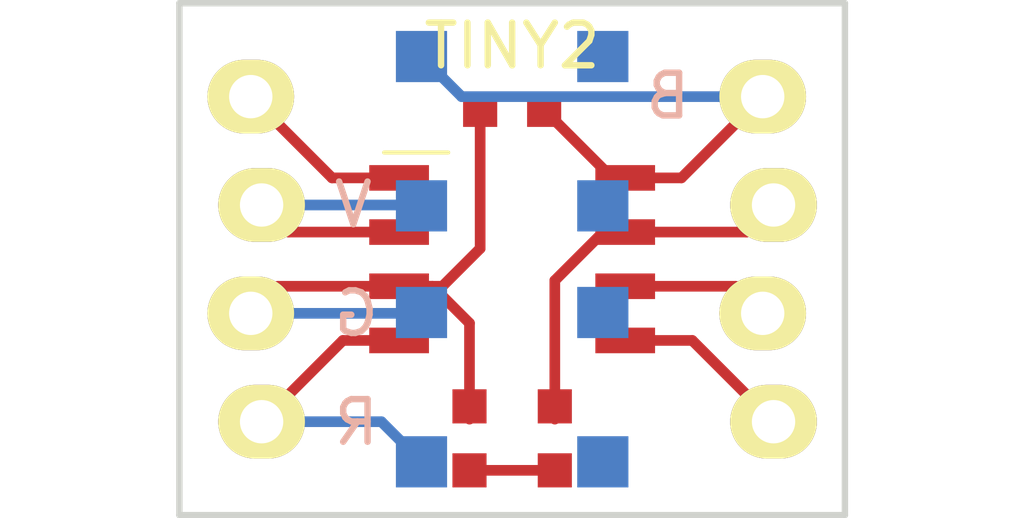
<source format=kicad_pcb>
(kicad_pcb (version 4) (host pcbnew 4.0.2+dfsg1-stable)

  (general
    (links 17)
    (no_connects 0)
    (area 127.794999 95.924999 152.205001 108.075001)
    (thickness 1.6)
    (drawings 9)
    (tracks 36)
    (zones 0)
    (modules 8)
    (nets 10)
  )

  (page A4)
  (layers
    (0 F.Cu signal)
    (31 B.Cu signal)
    (32 B.Adhes user)
    (33 F.Adhes user)
    (34 B.Paste user)
    (35 F.Paste user)
    (36 B.SilkS user)
    (37 F.SilkS user)
    (38 B.Mask user)
    (39 F.Mask user)
    (40 Dwgs.User user)
    (41 Cmts.User user)
    (42 Eco1.User user)
    (43 Eco2.User user)
    (44 Edge.Cuts user)
    (45 Margin user)
    (46 B.CrtYd user)
    (47 F.CrtYd user)
    (48 B.Fab user)
    (49 F.Fab user)
  )

  (setup
    (last_trace_width 0.25)
    (trace_clearance 0.2)
    (zone_clearance 0.508)
    (zone_45_only no)
    (trace_min 0.2)
    (segment_width 0.2)
    (edge_width 0.15)
    (via_size 0.6)
    (via_drill 0.4)
    (via_min_size 0.4)
    (via_min_drill 0.3)
    (uvia_size 0.3)
    (uvia_drill 0.1)
    (uvias_allowed no)
    (uvia_min_size 0.2)
    (uvia_min_drill 0.1)
    (pcb_text_width 0.3)
    (pcb_text_size 1.5 1.5)
    (mod_edge_width 0.15)
    (mod_text_size 1 1)
    (mod_text_width 0.15)
    (pad_size 1.2 1.2)
    (pad_drill 0)
    (pad_to_mask_clearance 0.2)
    (aux_axis_origin 0 0)
    (visible_elements FFFFFF7F)
    (pcbplotparams
      (layerselection 0x00030_80000001)
      (usegerberextensions false)
      (excludeedgelayer true)
      (linewidth 0.150000)
      (plotframeref false)
      (viasonmask false)
      (mode 1)
      (useauxorigin false)
      (hpglpennumber 1)
      (hpglpenspeed 20)
      (hpglpendiameter 15)
      (hpglpenoverlay 2)
      (psnegative false)
      (psa4output false)
      (plotreference true)
      (plotvalue true)
      (plotinvisibletext false)
      (padsonsilk false)
      (subtractmaskfromsilk false)
      (outputformat 1)
      (mirror false)
      (drillshape 1)
      (scaleselection 1)
      (outputdirectory ""))
  )

  (net 0 "")
  (net 1 gnd)
  (net 2 vcc)
  (net 3 boot0)
  (net 4 reset)
  (net 5 led)
  (net 6 gled)
  (net 7 pin1)
  (net 8 pin6)
  (net 9 pin5)

  (net_class Default "This is the default net class."
    (clearance 0.2)
    (trace_width 0.25)
    (via_dia 0.6)
    (via_drill 0.4)
    (uvia_dia 0.3)
    (uvia_drill 0.1)
    (add_net boot0)
    (add_net gled)
    (add_net gnd)
    (add_net led)
    (add_net pin1)
    (add_net pin5)
    (add_net pin6)
    (add_net reset)
    (add_net vcc)
  )

  (module 00_my_modules:S08N (layer F.Cu) (tedit 5ECB6AE6) (tstamp 5ECB6EA3)
    (at 140 102)
    (fp_text reference "" (at 0 0) (layer F.SilkS)
      (effects (font (thickness 0.15)))
    )
    (fp_text value "" (at 0 0) (layer F.SilkS)
      (effects (font (thickness 0.15)))
    )
    (fp_line (start -3 -2.5) (end -1.5 -2.5) (layer F.SilkS) (width 0.1))
    (fp_line (start -3 -2.45) (end -3 2.45) (layer F.CrtYd) (width 0.05))
    (fp_line (start 3 -2.45) (end 3 2.45) (layer F.CrtYd) (width 0.05))
    (fp_line (start -3 -2.45) (end 3 -2.45) (layer F.CrtYd) (width 0.05))
    (fp_line (start -3 2.45) (end 3 2.45) (layer F.CrtYd) (width 0.05))
    (fp_line (start 1.95 2.45) (end 1.95 -2.45) (layer F.CrtYd) (width 0.05))
    (fp_line (start -1.95 2.45) (end -1.95 -2.45) (layer F.CrtYd) (width 0.05))
    (pad 1 smd rect (at -2.65 -1.905) (size 1.4 0.6) (layers F.Cu F.Paste F.Mask)
      (net 7 pin1))
    (pad VCC smd rect (at -2.65 -0.635) (size 1.4 0.6) (layers F.Cu F.Paste F.Mask)
      (net 2 vcc))
    (pad GND smd rect (at -2.65 0.635) (size 1.4 0.6) (layers F.Cu F.Paste F.Mask)
      (net 1 gnd))
    (pad NRST smd rect (at -2.65 1.905) (size 1.4 0.6) (layers F.Cu F.Paste F.Mask)
      (net 4 reset))
    (pad BOOT smd rect (at 2.65 -1.905) (size 1.4 0.6) (layers F.Cu F.Paste F.Mask)
      (net 3 boot0))
    (pad PA13 smd rect (at 2.65 -0.635) (size 1.4 0.6) (layers F.Cu F.Paste F.Mask)
      (net 5 led))
    (pad 6 smd rect (at 2.65 0.635) (size 1.4 0.6) (layers F.Cu F.Paste F.Mask)
      (net 8 pin6))
    (pad 5 smd rect (at 2.65 1.905) (size 1.4 0.6) (layers F.Cu F.Paste F.Mask)
      (net 9 pin5))
  )

  (module 00_my_modules:header1x4wiggle (layer F.Cu) (tedit 5ECB6ADA) (tstamp 5ECB7824)
    (at 146 102)
    (fp_text reference "" (at 0 0) (layer F.SilkS)
      (effects (font (thickness 0.15)))
    )
    (fp_text value "" (at 0 0) (layer F.SilkS)
      (effects (font (thickness 0.15)))
    )
    (fp_line (start -1.75 -5.56) (end -1.75 5.56) (layer F.CrtYd) (width 0.05))
    (fp_line (start 1.75 -5.56) (end 1.75 5.56) (layer F.CrtYd) (width 0.05))
    (fp_line (start -1.75 -5.56) (end 1.75 -5.56) (layer F.CrtYd) (width 0.05))
    (fp_line (start -1.75 5.56) (end 1.75 5.56) (layer F.CrtYd) (width 0.05))
    (fp_line (start -6 -3.81) (end 6 -3.81) (layer F.CrtYd) (width 0.01))
    (fp_line (start -6 0) (end 6 0) (layer F.CrtYd) (width 0.01))
    (fp_line (start -6 3.81) (end 6 3.81) (layer F.CrtYd) (width 0.01))
    (pad BOOT thru_hole oval (at -0.127 -3.81) (size 2.032 1.7272) (drill 1.016) (layers *.Cu *.Mask F.SilkS)
      (net 3 boot0))
    (pad LED thru_hole oval (at 0.127 -1.27) (size 2.032 1.7272) (drill 1.016) (layers *.Cu *.Mask F.SilkS)
      (net 5 led))
    (pad 6 thru_hole oval (at -0.127 1.27) (size 2.032 1.7272) (drill 1.016) (layers *.Cu *.Mask F.SilkS)
      (net 8 pin6))
    (pad 5 thru_hole oval (at 0.127 3.81) (size 2.032 1.7272) (drill 1.016) (layers *.Cu *.Mask F.SilkS)
      (net 9 pin5))
  )

  (module 00_my_modules:header1x4wiggle (layer F.Cu) (tedit 5ECB6B0B) (tstamp 5ECB7841)
    (at 134 102)
    (fp_text reference "" (at 0 0) (layer F.SilkS)
      (effects (font (thickness 0.15)))
    )
    (fp_text value "" (at 0 0) (layer F.SilkS)
      (effects (font (thickness 0.15)))
    )
    (fp_line (start -1.75 -5.56) (end -1.75 5.56) (layer F.CrtYd) (width 0.05))
    (fp_line (start 1.75 -5.56) (end 1.75 5.56) (layer F.CrtYd) (width 0.05))
    (fp_line (start -1.75 -5.56) (end 1.75 -5.56) (layer F.CrtYd) (width 0.05))
    (fp_line (start -1.75 5.56) (end 1.75 5.56) (layer F.CrtYd) (width 0.05))
    (fp_line (start -6 -3.81) (end 6 -3.81) (layer F.CrtYd) (width 0.01))
    (fp_line (start -6 0) (end 6 0) (layer F.CrtYd) (width 0.01))
    (fp_line (start -6 3.81) (end 6 3.81) (layer F.CrtYd) (width 0.01))
    (pad 1 thru_hole oval (at -0.127 -3.81) (size 2.032 1.7272) (drill 1.016) (layers *.Cu *.Mask F.SilkS)
      (net 7 pin1))
    (pad VCC thru_hole oval (at 0.127 -1.27) (size 2.032 1.7272) (drill 1.016) (layers *.Cu *.Mask F.SilkS)
      (net 2 vcc))
    (pad GND thru_hole oval (at -0.127 1.27) (size 2.032 1.7272) (drill 1.016) (layers *.Cu *.Mask F.SilkS)
      (net 1 gnd))
    (pad NRST thru_hole oval (at 0.127 3.81) (size 2.032 1.7272) (drill 1.016) (layers *.Cu *.Mask F.SilkS)
      (net 4 reset))
  )

  (module 00_my_modules:BUTTON4_SMD_SMALL (layer B.Cu) (tedit 5ECDEA44) (tstamp 5ECDEF07)
    (at 140 99 180)
    (fp_text reference "" (at 0 0 180) (layer F.SilkS)
      (effects (font (thickness 0.15)))
    )
    (fp_text value "" (at 0 0 180) (layer F.SilkS)
      (effects (font (thickness 0.15)))
    )
    (fp_line (start -2.2 2.2) (end -2.2 -2.2) (layer B.Fab) (width 0.05))
    (fp_line (start 2.2 2.2) (end 2.2 -2.2) (layer B.Fab) (width 0.05))
    (fp_line (start -2.2 2.2) (end 2.2 2.2) (layer B.Fab) (width 0.05))
    (fp_line (start -2.2 -2.2) (end 2.2 -2.2) (layer B.Fab) (width 0.05))
    (fp_line (start 1 1) (end 1 0.25) (layer B.Fab) (width 0.05))
    (fp_line (start 1 -1) (end 1 -0.25) (layer B.Fab) (width 0.05))
    (fp_line (start 1 -0.25) (end 1.25 0.25) (layer B.Fab) (width 0.05))
    (fp_circle (center 0 0) (end 0 -1.75) (layer B.Fab) (width 0.05))
    (fp_circle (center 0 0) (end 0 -0.4) (layer B.Fab) (width 0.05))
    (pad 1 smd rect (at -2.125 1.75 180) (size 1.2 1.2) (layers B.Cu B.Paste B.Mask))
    (pad 2 smd rect (at 2.125 1.75 180) (size 1.2 1.2) (layers B.Cu B.Paste B.Mask)
      (net 3 boot0))
    (pad 3 smd rect (at -2.125 -1.75 180) (size 1.2 1.2) (layers B.Cu B.Paste B.Mask))
    (pad 4 smd rect (at 2.125 -1.75 180) (size 1.2 1.2) (layers B.Cu B.Paste B.Mask)
      (net 2 vcc))
  )

  (module 00_my_modules:BUTTON4_SMD_SMALL (layer B.Cu) (tedit 5ECDE5EC) (tstamp 5ECDEF4A)
    (at 140 105)
    (fp_text reference "" (at 0 0) (layer F.SilkS)
      (effects (font (thickness 0.15)))
    )
    (fp_text value "" (at 0 0) (layer F.SilkS)
      (effects (font (thickness 0.15)))
    )
    (fp_line (start -2.2 2.2) (end -2.2 -2.2) (layer B.Fab) (width 0.05))
    (fp_line (start 2.2 2.2) (end 2.2 -2.2) (layer B.Fab) (width 0.05))
    (fp_line (start -2.2 2.2) (end 2.2 2.2) (layer B.Fab) (width 0.05))
    (fp_line (start -2.2 -2.2) (end 2.2 -2.2) (layer B.Fab) (width 0.05))
    (fp_line (start 1 1) (end 1 0.25) (layer B.Fab) (width 0.05))
    (fp_line (start 1 -1) (end 1 -0.25) (layer B.Fab) (width 0.05))
    (fp_line (start 1 -0.25) (end 1.25 0.25) (layer B.Fab) (width 0.05))
    (fp_circle (center 0 0) (end 0 -1.75) (layer B.Fab) (width 0.05))
    (fp_circle (center 0 0) (end 0 -0.4) (layer B.Fab) (width 0.05))
    (pad 1 smd rect (at -2.125 1.75) (size 1.2 1.2) (layers B.Cu B.Paste B.Mask)
      (net 4 reset))
    (pad 2 smd rect (at 2.125 1.75) (size 1.2 1.2) (layers B.Cu B.Paste B.Mask))
    (pad 3 smd rect (at -2.125 -1.75) (size 1.2 1.2) (layers B.Cu B.Paste B.Mask)
      (net 1 gnd))
    (pad 4 smd rect (at 2.125 -1.75) (size 1.2 1.2) (layers B.Cu B.Paste B.Mask))
  )

  (module 00_my_modules:L_0603 (layer F.Cu) (tedit 5ECDE691) (tstamp 5ECDF8F9)
    (at 141 106.2 90)
    (fp_text reference "" (at 0 0 90) (layer F.SilkS)
      (effects (font (thickness 0.15)))
    )
    (fp_text value "" (at 0 0 90) (layer F.SilkS)
      (effects (font (thickness 0.15)))
    )
    (fp_line (start -1.2 -0.45) (end 1.2 -0.45) (layer F.CrtYd) (width 0.01))
    (fp_line (start -1.2 0.45) (end 1.2 0.45) (layer F.CrtYd) (width 0.01))
    (fp_line (start -1.2 -0.45) (end -1.2 0.45) (layer F.CrtYd) (width 0.01))
    (fp_line (start 1.2 -0.45) (end 1.2 0.45) (layer F.CrtYd) (width 0.01))
    (pad 1 smd rect (at -0.75 0 90) (size 0.8 0.8) (layers F.Cu F.Paste F.Mask)
      (net 6 gled))
    (pad 2 smd rect (at 0.75 0 90) (size 0.8 0.8) (layers F.Cu F.Paste F.Mask)
      (net 5 led))
  )

  (module 00_my_modules:R_0603 (layer F.Cu) (tedit 5ECDE697) (tstamp 5ECE0274)
    (at 139 106.2 90)
    (fp_text reference "" (at 0 0 90) (layer F.SilkS)
      (effects (font (thickness 0.15)))
    )
    (fp_text value "" (at 0 0 90) (layer F.SilkS)
      (effects (font (thickness 0.15)))
    )
    (fp_line (start -1.2 -0.45) (end 1.2 -0.45) (layer F.CrtYd) (width 0.01))
    (fp_line (start -1.2 0.45) (end 1.2 0.45) (layer F.CrtYd) (width 0.01))
    (fp_line (start -1.2 -0.45) (end -1.2 0.45) (layer F.CrtYd) (width 0.01))
    (fp_line (start 1.2 -0.45) (end 1.2 0.45) (layer F.CrtYd) (width 0.01))
    (pad 1 smd rect (at -0.75 0 90) (size 0.8 0.8) (layers F.Cu F.Paste F.Mask)
      (net 6 gled))
    (pad 2 smd rect (at 0.75 0 90) (size 0.8 0.8) (layers F.Cu F.Paste F.Mask)
      (net 1 gnd))
  )

  (module 00_my_modules:R_0603 (layer F.Cu) (tedit 5ECDE719) (tstamp 5ECE0334)
    (at 140 98.5)
    (fp_text reference "" (at 0 0) (layer F.SilkS)
      (effects (font (thickness 0.15)))
    )
    (fp_text value "" (at 0 0) (layer F.SilkS)
      (effects (font (thickness 0.15)))
    )
    (fp_line (start -1.2 -0.45) (end 1.2 -0.45) (layer F.CrtYd) (width 0.01))
    (fp_line (start -1.2 0.45) (end 1.2 0.45) (layer F.CrtYd) (width 0.01))
    (fp_line (start -1.2 -0.45) (end -1.2 0.45) (layer F.CrtYd) (width 0.01))
    (fp_line (start 1.2 -0.45) (end 1.2 0.45) (layer F.CrtYd) (width 0.01))
    (pad 1 smd rect (at -0.75 0) (size 0.8 0.8) (layers F.Cu F.Paste F.Mask)
      (net 1 gnd))
    (pad 2 smd rect (at 0.75 0) (size 0.8 0.8) (layers F.Cu F.Paste F.Mask)
      (net 3 boot0))
  )

  (gr_text R (at 135.75 105.825) (layer B.SilkS)
    (effects (font (size 1 1) (thickness 0.15)) (justify right mirror))
  )
  (gr_text B (at 144.25 98.175) (layer B.SilkS)
    (effects (font (size 1 1) (thickness 0.15)) (justify left mirror))
  )
  (gr_text G (at 135.75 103.275) (layer B.SilkS)
    (effects (font (size 1 1) (thickness 0.15)) (justify right mirror))
  )
  (gr_text V (at 135.75 100.725) (layer B.SilkS)
    (effects (font (size 1 1) (thickness 0.15)) (justify right mirror))
  )
  (gr_text TINY2 (at 140 97) (layer F.SilkS)
    (effects (font (size 1 1) (thickness 0.15)))
  )
  (gr_line (start 147.8 108) (end 147.8 96) (angle 90) (layer Edge.Cuts) (width 0.15))
  (gr_line (start 132.2 108) (end 147.8 108) (angle 90) (layer Edge.Cuts) (width 0.15))
  (gr_line (start 132.2 96) (end 132.2 108) (angle 90) (layer Edge.Cuts) (width 0.15))
  (gr_line (start 147.8 96) (end 132.2 96) (angle 90) (layer Edge.Cuts) (width 0.15))

  (segment (start 137.35 102.635) (end 138.365 102.635) (width 0.25) (layer F.Cu) (net 1))
  (segment (start 139.25 101.75) (end 139.25 98.5) (width 0.25) (layer F.Cu) (net 1) (tstamp 5ECE0355))
  (segment (start 138.365 102.635) (end 139.25 101.75) (width 0.25) (layer F.Cu) (net 1) (tstamp 5ECE0354))
  (segment (start 137.35 102.635) (end 138.135 102.635) (width 0.25) (layer F.Cu) (net 1))
  (segment (start 139 103.5) (end 139 105.75) (width 0.25) (layer F.Cu) (net 1) (tstamp 5ECE0307))
  (segment (start 138.135 102.635) (end 139 103.5) (width 0.25) (layer F.Cu) (net 1) (tstamp 5ECE0306))
  (segment (start 133.873 103.27) (end 137.855 103.27) (width 0.25) (layer B.Cu) (net 1))
  (segment (start 137.855 103.27) (end 137.875 103.25) (width 0.25) (layer B.Cu) (net 1) (tstamp 5ECDEF7F))
  (segment (start 137.35 102.635) (end 134.508 102.635) (width 0.25) (layer F.Cu) (net 1))
  (segment (start 134.508 102.635) (end 133.873 103.27) (width 0.25) (layer F.Cu) (net 1) (tstamp 5ECDE587))
  (segment (start 134.127 100.73) (end 137.855 100.73) (width 0.25) (layer B.Cu) (net 2))
  (segment (start 137.855 100.73) (end 137.875 100.75) (width 0.25) (layer B.Cu) (net 2) (tstamp 5ECE0357))
  (segment (start 137.35 101.365) (end 134.762 101.365) (width 0.25) (layer F.Cu) (net 2))
  (segment (start 134.762 101.365) (end 134.127 100.73) (width 0.25) (layer F.Cu) (net 2) (tstamp 5ECDE585))
  (segment (start 145.873 98.19) (end 138.815 98.19) (width 0.25) (layer B.Cu) (net 3) (status 400000))
  (segment (start 138.815 98.19) (end 137.875 97.25) (width 0.25) (layer B.Cu) (net 3) (tstamp 5ECDEA54) (status 800000))
  (segment (start 142.65 100.095) (end 142.345 100.095) (width 0.25) (layer F.Cu) (net 3))
  (segment (start 142.345 100.095) (end 140.75 98.5) (width 0.25) (layer F.Cu) (net 3) (tstamp 5ECE0359))
  (segment (start 142.65 100.095) (end 143.968 100.095) (width 0.25) (layer F.Cu) (net 3))
  (segment (start 143.968 100.095) (end 145.873 98.19) (width 0.25) (layer F.Cu) (net 3) (tstamp 5ECDE581))
  (segment (start 134.127 105.81) (end 136.935 105.81) (width 0.25) (layer B.Cu) (net 4))
  (segment (start 136.935 105.81) (end 137.875 106.75) (width 0.25) (layer B.Cu) (net 4) (tstamp 5ECDEF7D))
  (segment (start 137.35 103.905) (end 136.032 103.905) (width 0.25) (layer F.Cu) (net 4))
  (segment (start 136.032 103.905) (end 134.127 105.81) (width 0.25) (layer F.Cu) (net 4) (tstamp 5ECDE58B))
  (segment (start 142.65 101.365) (end 142.135 101.365) (width 0.25) (layer F.Cu) (net 5))
  (segment (start 142.135 101.365) (end 141 102.5) (width 0.25) (layer F.Cu) (net 5) (tstamp 5ECE0302))
  (segment (start 141 102.5) (end 141 105.75) (width 0.25) (layer F.Cu) (net 5) (tstamp 5ECE0303))
  (segment (start 142.65 101.365) (end 145.492 101.365) (width 0.25) (layer F.Cu) (net 5))
  (segment (start 145.492 101.365) (end 146.127 100.73) (width 0.25) (layer F.Cu) (net 5) (tstamp 5ECDE577))
  (segment (start 141 106.95) (end 139 106.95) (width 0.25) (layer F.Cu) (net 6))
  (segment (start 137.35 100.095) (end 135.778 100.095) (width 0.25) (layer F.Cu) (net 7))
  (segment (start 135.778 100.095) (end 133.873 98.19) (width 0.25) (layer F.Cu) (net 7) (tstamp 5ECDE58F))
  (segment (start 142.65 102.635) (end 145.238 102.635) (width 0.25) (layer F.Cu) (net 8))
  (segment (start 145.238 102.635) (end 145.873 103.27) (width 0.25) (layer F.Cu) (net 8) (tstamp 5ECDE57A))
  (segment (start 142.65 103.905) (end 144.222 103.905) (width 0.25) (layer F.Cu) (net 9))
  (segment (start 144.222 103.905) (end 146.127 105.81) (width 0.25) (layer F.Cu) (net 9) (tstamp 5ECDE57D))

)

</source>
